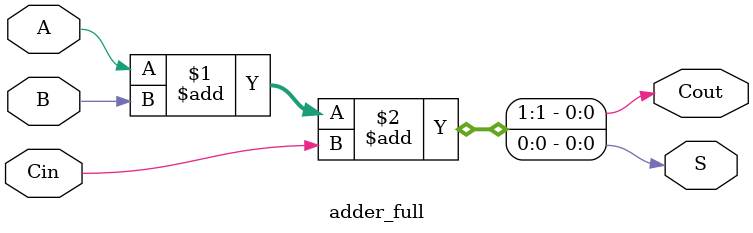
<source format=v>
module adder_full(
    input A,
    input B,
    input Cin,
    output Cout,
    output S
    );
    
//    wire w1, w2, w3;
    
//    adder_half h1( .A(A), .B(B), .Cout(w2), .S(w1) );
//    adder_half h2( .A(w1), .B(Cin), .Cout(w3), .S(S) );
    
    assign {Cout, S} = (A + B + Cin);
    
endmodule
</source>
